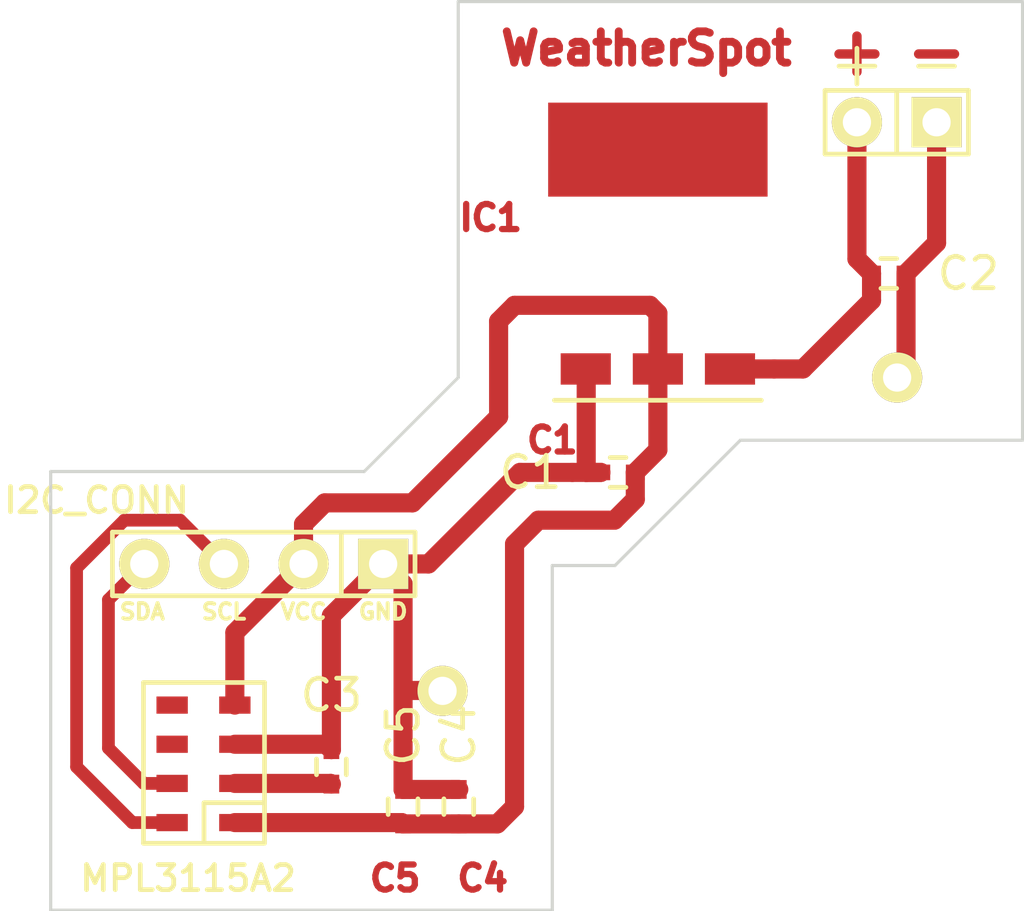
<source format=kicad_pcb>
(kicad_pcb (version 4) (host pcbnew "(2014-12-04 BZR 5312)-product")

  (general
    (links 21)
    (no_connects 1)
    (area 129.198667 81.003 162.844381 111.050001)
    (thickness 1.6)
    (drawings 18)
    (tracks 62)
    (zones 0)
    (modules 11)
    (nets 9)
  )

  (page A4)
  (layers
    (0 F.Cu signal)
    (31 B.Cu signal)
    (32 B.Adhes user)
    (33 F.Adhes user)
    (34 B.Paste user)
    (35 F.Paste user)
    (36 B.SilkS user)
    (37 F.SilkS user)
    (38 B.Mask user)
    (39 F.Mask user)
    (40 Dwgs.User user)
    (41 Cmts.User user)
    (42 Eco1.User user)
    (43 Eco2.User user)
    (44 Edge.Cuts user)
    (45 Margin user)
    (46 B.CrtYd user)
    (47 F.CrtYd user)
    (48 B.Fab user)
    (49 F.Fab user)
  )

  (setup
    (last_trace_width 0.6096)
    (user_trace_width 0.4064)
    (user_trace_width 0.508)
    (user_trace_width 0.6096)
    (trace_clearance 0.254)
    (zone_clearance 0.508)
    (zone_45_only no)
    (trace_min 0.254)
    (segment_width 0.2)
    (edge_width 0.1)
    (via_size 0.889)
    (via_drill 0.635)
    (via_min_size 0.889)
    (via_min_drill 0.508)
    (uvia_size 0.508)
    (uvia_drill 0.127)
    (uvias_allowed no)
    (uvia_min_size 0.508)
    (uvia_min_drill 0.127)
    (pcb_text_width 0.3)
    (pcb_text_size 1.5 1.5)
    (mod_edge_width 0.15)
    (mod_text_size 1 1)
    (mod_text_width 0.15)
    (pad_size 1.6 1.6)
    (pad_drill 0.9)
    (pad_to_mask_clearance 0)
    (aux_axis_origin 0 0)
    (visible_elements 7FFFF77F)
    (pcbplotparams
      (layerselection 0x00030_80000001)
      (usegerberextensions false)
      (excludeedgelayer true)
      (linewidth 0.100000)
      (plotframeref false)
      (viasonmask false)
      (mode 1)
      (useauxorigin false)
      (hpglpennumber 1)
      (hpglpenspeed 20)
      (hpglpendiameter 15)
      (hpglpenoverlay 2)
      (psnegative false)
      (psa4output false)
      (plotreference true)
      (plotvalue true)
      (plotinvisibletext false)
      (padsonsilk false)
      (subtractmaskfromsilk false)
      (outputformat 1)
      (mirror false)
      (drillshape 1)
      (scaleselection 1)
      (outputdirectory ""))
  )

  (net 0 "")
  (net 1 3V3)
  (net 2 GND)
  (net 3 "Net-(C2-Pad1)")
  (net 4 "Net-(C3-Pad1)")
  (net 5 "Net-(U1-Pad7)")
  (net 6 "Net-(U1-Pad8)")
  (net 7 "Net-(U1-Pad6)")
  (net 8 "Net-(U1-Pad5)")

  (net_class Default "This is the default net class."
    (clearance 0.254)
    (trace_width 0.254)
    (via_dia 0.889)
    (via_drill 0.635)
    (uvia_dia 0.508)
    (uvia_drill 0.127)
    (add_net 3V3)
    (add_net GND)
    (add_net "Net-(C2-Pad1)")
    (add_net "Net-(C3-Pad1)")
    (add_net "Net-(U1-Pad5)")
    (add_net "Net-(U1-Pad6)")
    (add_net "Net-(U1-Pad7)")
    (add_net "Net-(U1-Pad8)")
  )

  (module Capacitors_SMD:C_0402 (layer F.Cu) (tedit 55B50C1F) (tstamp 55B50A66)
    (at 149.098 97.028 180)
    (descr "Capacitor SMD 0402, reflow soldering, AVX (see smccp.pdf)")
    (tags "capacitor 0402")
    (path /55B511A6)
    (attr smd)
    (fp_text reference C1 (at 2.794 0 180) (layer F.SilkS)
      (effects (font (size 1 1) (thickness 0.15)))
    )
    (fp_text value 10uF (at 0 1.7 180) (layer F.Fab) hide
      (effects (font (size 1 1) (thickness 0.15)))
    )
    (fp_line (start -1.15 -0.6) (end 1.15 -0.6) (layer F.CrtYd) (width 0.05))
    (fp_line (start -1.15 0.6) (end 1.15 0.6) (layer F.CrtYd) (width 0.05))
    (fp_line (start -1.15 -0.6) (end -1.15 0.6) (layer F.CrtYd) (width 0.05))
    (fp_line (start 1.15 -0.6) (end 1.15 0.6) (layer F.CrtYd) (width 0.05))
    (fp_line (start 0.25 -0.475) (end -0.25 -0.475) (layer F.SilkS) (width 0.15))
    (fp_line (start -0.25 0.475) (end 0.25 0.475) (layer F.SilkS) (width 0.15))
    (pad 1 smd rect (at -0.55 0 180) (size 0.6 0.5) (layers F.Cu F.Paste F.Mask)
      (net 1 3V3))
    (pad 2 smd rect (at 0.55 0 180) (size 0.6 0.5) (layers F.Cu F.Paste F.Mask)
      (net 2 GND))
    (model Capacitors_SMD.3dshapes/C_0402.wrl
      (at (xyz 0 0 0))
      (scale (xyz 1 1 1))
      (rotate (xyz 0 0 0))
    )
  )

  (module Capacitors_SMD:C_0402 (layer F.Cu) (tedit 55B50C1C) (tstamp 55B50A6C)
    (at 157.734 90.678)
    (descr "Capacitor SMD 0402, reflow soldering, AVX (see smccp.pdf)")
    (tags "capacitor 0402")
    (path /55B5115D)
    (attr smd)
    (fp_text reference C2 (at 2.54 0) (layer F.SilkS)
      (effects (font (size 1 1) (thickness 0.15)))
    )
    (fp_text value 2.2uF (at 0 1.7) (layer F.Fab) hide
      (effects (font (size 1 1) (thickness 0.15)))
    )
    (fp_line (start -1.15 -0.6) (end 1.15 -0.6) (layer F.CrtYd) (width 0.05))
    (fp_line (start -1.15 0.6) (end 1.15 0.6) (layer F.CrtYd) (width 0.05))
    (fp_line (start -1.15 -0.6) (end -1.15 0.6) (layer F.CrtYd) (width 0.05))
    (fp_line (start 1.15 -0.6) (end 1.15 0.6) (layer F.CrtYd) (width 0.05))
    (fp_line (start 0.25 -0.475) (end -0.25 -0.475) (layer F.SilkS) (width 0.15))
    (fp_line (start -0.25 0.475) (end 0.25 0.475) (layer F.SilkS) (width 0.15))
    (pad 1 smd rect (at -0.55 0) (size 0.6 0.5) (layers F.Cu F.Paste F.Mask)
      (net 3 "Net-(C2-Pad1)"))
    (pad 2 smd rect (at 0.55 0) (size 0.6 0.5) (layers F.Cu F.Paste F.Mask)
      (net 2 GND))
    (model Capacitors_SMD.3dshapes/C_0402.wrl
      (at (xyz 0 0 0))
      (scale (xyz 1 1 1))
      (rotate (xyz 0 0 0))
    )
  )

  (module Capacitors_SMD:C_0402 (layer F.Cu) (tedit 55B50F4F) (tstamp 55B50A72)
    (at 139.954 106.426 90)
    (descr "Capacitor SMD 0402, reflow soldering, AVX (see smccp.pdf)")
    (tags "capacitor 0402")
    (path /55B50086)
    (attr smd)
    (fp_text reference C3 (at 2.286 0 180) (layer F.SilkS)
      (effects (font (size 1 1) (thickness 0.15)))
    )
    (fp_text value 0.1uF (at 0 1.7 90) (layer F.Fab) hide
      (effects (font (size 1 1) (thickness 0.15)))
    )
    (fp_line (start -1.15 -0.6) (end 1.15 -0.6) (layer F.CrtYd) (width 0.05))
    (fp_line (start -1.15 0.6) (end 1.15 0.6) (layer F.CrtYd) (width 0.05))
    (fp_line (start -1.15 -0.6) (end -1.15 0.6) (layer F.CrtYd) (width 0.05))
    (fp_line (start 1.15 -0.6) (end 1.15 0.6) (layer F.CrtYd) (width 0.05))
    (fp_line (start 0.25 -0.475) (end -0.25 -0.475) (layer F.SilkS) (width 0.15))
    (fp_line (start -0.25 0.475) (end 0.25 0.475) (layer F.SilkS) (width 0.15))
    (pad 1 smd rect (at -0.55 0 90) (size 0.6 0.5) (layers F.Cu F.Paste F.Mask)
      (net 4 "Net-(C3-Pad1)"))
    (pad 2 smd rect (at 0.55 0 90) (size 0.6 0.5) (layers F.Cu F.Paste F.Mask)
      (net 2 GND))
    (model Capacitors_SMD.3dshapes/C_0402.wrl
      (at (xyz 0 0 0))
      (scale (xyz 1 1 1))
      (rotate (xyz 0 0 0))
    )
  )

  (module Capacitors_SMD:C_0402 (layer F.Cu) (tedit 55B50BCB) (tstamp 55B50A78)
    (at 144.018 107.696 90)
    (descr "Capacitor SMD 0402, reflow soldering, AVX (see smccp.pdf)")
    (tags "capacitor 0402")
    (path /55B50107)
    (attr smd)
    (fp_text reference C4 (at 2.286 0 90) (layer F.SilkS)
      (effects (font (size 1 1) (thickness 0.15)))
    )
    (fp_text value 10uF (at 0 1.7 90) (layer F.Fab) hide
      (effects (font (size 1 1) (thickness 0.15)))
    )
    (fp_line (start -1.15 -0.6) (end 1.15 -0.6) (layer F.CrtYd) (width 0.05))
    (fp_line (start -1.15 0.6) (end 1.15 0.6) (layer F.CrtYd) (width 0.05))
    (fp_line (start -1.15 -0.6) (end -1.15 0.6) (layer F.CrtYd) (width 0.05))
    (fp_line (start 1.15 -0.6) (end 1.15 0.6) (layer F.CrtYd) (width 0.05))
    (fp_line (start 0.25 -0.475) (end -0.25 -0.475) (layer F.SilkS) (width 0.15))
    (fp_line (start -0.25 0.475) (end 0.25 0.475) (layer F.SilkS) (width 0.15))
    (pad 1 smd rect (at -0.55 0 90) (size 0.6 0.5) (layers F.Cu F.Paste F.Mask)
      (net 1 3V3))
    (pad 2 smd rect (at 0.55 0 90) (size 0.6 0.5) (layers F.Cu F.Paste F.Mask)
      (net 2 GND))
    (model Capacitors_SMD.3dshapes/C_0402.wrl
      (at (xyz 0 0 0))
      (scale (xyz 1 1 1))
      (rotate (xyz 0 0 0))
    )
  )

  (module Capacitors_SMD:C_0402 (layer F.Cu) (tedit 55B50BA7) (tstamp 55B50A7E)
    (at 142.24 107.696 90)
    (descr "Capacitor SMD 0402, reflow soldering, AVX (see smccp.pdf)")
    (tags "capacitor 0402")
    (path /55B50120)
    (attr smd)
    (fp_text reference C5 (at 2.286 0 90) (layer F.SilkS)
      (effects (font (size 1 1) (thickness 0.15)))
    )
    (fp_text value 0.1uF (at 0 1.7 90) (layer F.Fab) hide
      (effects (font (size 1 1) (thickness 0.15)))
    )
    (fp_line (start -1.15 -0.6) (end 1.15 -0.6) (layer F.CrtYd) (width 0.05))
    (fp_line (start -1.15 0.6) (end 1.15 0.6) (layer F.CrtYd) (width 0.05))
    (fp_line (start -1.15 -0.6) (end -1.15 0.6) (layer F.CrtYd) (width 0.05))
    (fp_line (start 1.15 -0.6) (end 1.15 0.6) (layer F.CrtYd) (width 0.05))
    (fp_line (start 0.25 -0.475) (end -0.25 -0.475) (layer F.SilkS) (width 0.15))
    (fp_line (start -0.25 0.475) (end 0.25 0.475) (layer F.SilkS) (width 0.15))
    (pad 1 smd rect (at -0.55 0 90) (size 0.6 0.5) (layers F.Cu F.Paste F.Mask)
      (net 1 3V3))
    (pad 2 smd rect (at 0.55 0 90) (size 0.6 0.5) (layers F.Cu F.Paste F.Mask)
      (net 2 GND))
    (model Capacitors_SMD.3dshapes/C_0402.wrl
      (at (xyz 0 0 0))
      (scale (xyz 1 1 1))
      (rotate (xyz 0 0 0))
    )
  )

  (module custom:I2C_CONN (layer F.Cu) (tedit 55B515CD) (tstamp 55B50A86)
    (at 139.065 99.949)
    (path /55B506EC)
    (fp_text reference conn1 (at -1.143 2.9845) (layer F.SilkS) hide
      (effects (font (size 0.8 0.8) (thickness 0.15)))
    )
    (fp_text value I2C_CONN (at -6.604 -2.032) (layer F.SilkS)
      (effects (font (size 0.8 0.8) (thickness 0.15)))
    )
    (fp_text user GND (at 2.54 1.524) (layer F.SilkS)
      (effects (font (size 0.5 0.5) (thickness 0.125)))
    )
    (fp_text user VCC (at 0 1.524) (layer F.SilkS)
      (effects (font (size 0.5 0.5) (thickness 0.125)))
    )
    (fp_text user SCL (at -2.54 1.524) (layer F.SilkS)
      (effects (font (size 0.5 0.5) (thickness 0.125)))
    )
    (fp_text user SDA (at -5.1435 1.524) (layer F.SilkS)
      (effects (font (size 0.5 0.5) (thickness 0.125)))
    )
    (fp_line (start 1.2065 -0.9525) (end 1.2065 0.9525) (layer F.SilkS) (width 0.15))
    (fp_line (start 3.556 -1.016) (end 3.556 1.016) (layer F.SilkS) (width 0.15))
    (fp_line (start 3.556 1.016) (end -6.096 1.016) (layer F.SilkS) (width 0.15))
    (fp_line (start -6.096 1.016) (end -6.096 -1.016) (layer F.SilkS) (width 0.15))
    (fp_line (start -6.096 -1.016) (end 3.556 -1.016) (layer F.SilkS) (width 0.15))
    (pad 1 thru_hole circle (at -5.08 0) (size 1.6 1.6) (drill 0.9) (layers *.Cu *.Mask F.SilkS)
      (net 5 "Net-(U1-Pad7)"))
    (pad 2 thru_hole circle (at -2.54 0) (size 1.6 1.6) (drill 0.9) (layers *.Cu *.Mask F.SilkS)
      (net 6 "Net-(U1-Pad8)"))
    (pad 3 thru_hole circle (at 0 0) (size 1.6 1.6) (drill 0.9) (layers *.Cu *.Mask F.SilkS)
      (net 1 3V3))
    (pad 4 thru_hole rect (at 2.54 0) (size 1.6 1.6) (drill 0.9) (layers *.Cu *.Mask F.SilkS)
      (net 2 GND))
  )

  (module custom:MPL3115A2 (layer F.Cu) (tedit 55B50F37) (tstamp 55B50AA1)
    (at 134.874 108.204 180)
    (path /55B4FCED)
    (fp_text reference U1 (at -1.0668 6.0452 180) (layer F.SilkS) hide
      (effects (font (size 0.8 0.8) (thickness 0.15)))
    )
    (fp_text value MPL3115A2 (at -0.508 -1.778 180) (layer F.SilkS)
      (effects (font (size 0.8 0.8) (thickness 0.15)))
    )
    (fp_line (start -1.016 0.635) (end -2.921 0.635) (layer F.SilkS) (width 0.15))
    (fp_line (start -1.016 -0.6096) (end -1.016 0.6096) (layer F.SilkS) (width 0.15))
    (fp_line (start -2.9464 -0.6096) (end -2.9464 4.4704) (layer F.SilkS) (width 0.15))
    (fp_line (start -2.9464 4.4704) (end 0.9144 4.4704) (layer F.SilkS) (width 0.15))
    (fp_line (start 0.9144 4.4704) (end 0.9144 -0.6604) (layer F.SilkS) (width 0.15))
    (fp_line (start 0.9144 -0.6604) (end -2.9464 -0.6604) (layer F.SilkS) (width 0.15))
    (pad 8 smd rect (at 0 0 180) (size 1 0.55) (layers F.Cu F.Paste F.Mask)
      (net 6 "Net-(U1-Pad8)"))
    (pad 7 smd rect (at 0 1.25 180) (size 1 0.55) (layers F.Cu F.Paste F.Mask)
      (net 5 "Net-(U1-Pad7)"))
    (pad 6 smd rect (at 0 2.5 180) (size 1 0.55) (layers F.Cu F.Paste F.Mask)
      (net 7 "Net-(U1-Pad6)"))
    (pad 5 smd rect (at 0 3.75 180) (size 1 0.55) (layers F.Cu F.Paste F.Mask)
      (net 8 "Net-(U1-Pad5)"))
    (pad 4 smd rect (at -2 3.75 180) (size 1 0.55) (layers F.Cu F.Paste F.Mask)
      (net 1 3V3))
    (pad 3 smd rect (at -2 2.5 180) (size 1 0.55) (layers F.Cu F.Paste F.Mask)
      (net 2 GND))
    (pad 2 smd rect (at -2 1.25 180) (size 1 0.55) (layers F.Cu F.Paste F.Mask)
      (net 4 "Net-(C3-Pad1)"))
    (pad 1 smd rect (at -2 0 180) (size 1 0.55) (layers F.Cu F.Paste F.Mask)
      (net 1 3V3))
  )

  (module custom:BATT_CONN (layer F.Cu) (tedit 55B5141F) (tstamp 55B50E90)
    (at 156.718 85.852 180)
    (path /55B51D16)
    (fp_text reference J1 (at -1.27 3.81 180) (layer F.SilkS) hide
      (effects (font (size 0.8 0.8) (thickness 0.15)))
    )
    (fp_text value BATT (at -4.445 -1.905 180) (layer F.SilkS) hide
      (effects (font (size 0.8 0.8) (thickness 0.15)))
    )
    (fp_line (start -1.27 -0.9525) (end -1.27 0.9525) (layer F.SilkS) (width 0.15))
    (fp_line (start -3.556 -1.016) (end -3.556 1.016) (layer F.SilkS) (width 0.15))
    (fp_line (start -3.556 1.016) (end 1.016 1.016) (layer F.SilkS) (width 0.15))
    (fp_line (start 1.016 1.016) (end 1.016 -1.016) (layer F.SilkS) (width 0.15))
    (fp_line (start 1.016 -1.016) (end -3.556 -1.016) (layer F.SilkS) (width 0.15))
    (fp_text user + (at 0 1.905 180) (layer F.SilkS)
      (effects (font (size 1.5 1.5) (thickness 0.15)))
    )
    (fp_text user - (at -2.54 1.905 180) (layer F.SilkS)
      (effects (font (size 1.5 1.5) (thickness 0.15)))
    )
    (pad 1 thru_hole rect (at -2.54 0 180) (size 1.6 1.6) (drill 0.9) (layers *.Cu *.Mask F.SilkS)
      (net 2 GND))
    (pad 2 thru_hole circle (at 0 0 180) (size 1.6 1.6) (drill 0.9) (layers *.Cu *.Mask F.SilkS)
      (net 3 "Net-(C2-Pad1)"))
  )

  (module custom:SPX1117M3 (layer F.Cu) (tedit 55B513AB) (tstamp 55B50B05)
    (at 150.368 93.726)
    (path /55B51024)
    (fp_text reference IC1 (at 0 4.191) (layer F.SilkS) hide
      (effects (font (size 1 1) (thickness 0.15)))
    )
    (fp_text value SPX1117M3 (at -12.868 -8.226) (layer F.SilkS) hide
      (effects (font (size 1 1) (thickness 0.15)))
    )
    (fp_line (start -3.3 1) (end 3.3 1) (layer F.SilkS) (width 0.15))
    (pad 1 smd rect (at -2.3 0) (size 1.6 1) (layers F.Cu F.Paste F.Mask)
      (net 2 GND))
    (pad 2 smd rect (at 0 0) (size 1.6 1) (layers F.Cu F.Paste F.Mask)
      (net 1 3V3))
    (pad 3 smd rect (at 2.3 0) (size 1.6 1) (layers F.Cu F.Paste F.Mask)
      (net 3 "Net-(C2-Pad1)"))
    (pad "" smd rect (at 0 -7) (size 7 3) (layers F.Cu F.Paste F.Mask))
  )

  (module custom:VIA_HOME_ETCH (layer F.Cu) (tedit 55B51572) (tstamp 55B51540)
    (at 158 94)
    (fp_text reference VIA_HOME_ETCH (at 0.1 5.2) (layer F.SilkS) hide
      (effects (font (size 1 1) (thickness 0.15)))
    )
    (fp_text value VAL** (at -2.5 -6.1) (layer F.SilkS) hide
      (effects (font (size 1 1) (thickness 0.15)))
    )
    (pad 1 thru_hole circle (at 0 0) (size 1.6 1.6) (drill 0.9) (layers *.Cu *.Mask F.SilkS)
      (net 2 GND))
  )

  (module custom:VIA_HOME_ETCH (layer F.Cu) (tedit 55B5156B) (tstamp 55B5154A)
    (at 143.5 104)
    (fp_text reference VIA_HOME_ETCH (at 0.1 5.2) (layer F.SilkS) hide
      (effects (font (size 1 1) (thickness 0.15)))
    )
    (fp_text value VAL** (at -2.5 -6.1) (layer F.SilkS) hide
      (effects (font (size 1 1) (thickness 0.15)))
    )
    (pad 1 thru_hole circle (at 0 0) (size 1.6 1.6) (drill 0.9) (layers *.Cu *.Mask F.SilkS)
      (net 2 GND))
  )

  (gr_text WeatherSpot (at 150 83.5) (layer F.Cu)
    (effects (font (size 1 1) (thickness 0.25)))
  )
  (gr_line (start 149 100) (end 153 96) (angle 90) (layer Edge.Cuts) (width 0.1))
  (gr_line (start 147 100) (end 149 100) (angle 90) (layer Edge.Cuts) (width 0.1))
  (gr_line (start 141 97) (end 131 97) (angle 90) (layer Edge.Cuts) (width 0.1))
  (gr_line (start 144 94) (end 141 97) (angle 90) (layer Edge.Cuts) (width 0.1))
  (gr_line (start 144 82) (end 144 94) (angle 90) (layer Edge.Cuts) (width 0.1))
  (gr_line (start 162 82) (end 144 82) (angle 90) (layer Edge.Cuts) (width 0.1))
  (gr_line (start 162 96) (end 162 82) (angle 90) (layer Edge.Cuts) (width 0.1))
  (gr_line (start 153 96) (end 162 96) (angle 90) (layer Edge.Cuts) (width 0.1))
  (gr_line (start 147 111) (end 147 100) (angle 90) (layer Edge.Cuts) (width 0.1))
  (gr_line (start 131 111) (end 147 111) (angle 90) (layer Edge.Cuts) (width 0.1))
  (gr_line (start 131 97) (end 131 111) (angle 90) (layer Edge.Cuts) (width 0.1))
  (gr_text - (at 159.258 83.566) (layer F.Cu)
    (effects (font (size 1.5 1.5) (thickness 0.3)))
  )
  (gr_text "+\n" (at 156.718 83.566) (layer F.Cu)
    (effects (font (size 1.5 1.5) (thickness 0.3)))
  )
  (gr_text IC1 (at 145.034 88.9) (layer F.Cu)
    (effects (font (size 0.8 0.8) (thickness 0.2)))
  )
  (gr_text C1 (at 147 96) (layer F.Cu)
    (effects (font (size 0.8 0.8) (thickness 0.2)))
  )
  (gr_text C5 (at 141.986 109.982) (layer F.Cu)
    (effects (font (size 0.8 0.8) (thickness 0.2)))
  )
  (gr_text C4 (at 144.78 109.982) (layer F.Cu)
    (effects (font (size 0.8 0.8) (thickness 0.2)))
  )

  (segment (start 150.368 96.308) (end 149.648 97.028) (width 0.6096) (layer F.Cu) (net 1))
  (segment (start 150.368 93.726) (end 150.368 96.308) (width 0.6096) (layer F.Cu) (net 1))
  (segment (start 136.874 102.14) (end 139.065 99.949) (width 0.6096) (layer F.Cu) (net 1))
  (segment (start 136.874 104.454) (end 136.874 102.14) (width 0.6096) (layer F.Cu) (net 1))
  (segment (start 142.198 108.204) (end 142.24 108.246) (width 0.6096) (layer F.Cu) (net 1))
  (segment (start 136.874 108.204) (end 142.198 108.204) (width 0.6096) (layer F.Cu) (net 1))
  (segment (start 142.24 108.246) (end 144.018 108.246) (width 0.6096) (layer F.Cu) (net 1))
  (segment (start 149.648 97.8876) (end 149.648 97.028) (width 0.6096) (layer F.Cu) (net 1))
  (segment (start 148.9836 98.552) (end 149.648 97.8876) (width 0.6096) (layer F.Cu) (net 1))
  (segment (start 146.558 98.552) (end 148.9836 98.552) (width 0.6096) (layer F.Cu) (net 1))
  (segment (start 145.796 99.314) (end 146.558 98.552) (width 0.6096) (layer F.Cu) (net 1))
  (segment (start 145.796 107.696) (end 145.796 99.314) (width 0.6096) (layer F.Cu) (net 1))
  (segment (start 145.246 108.246) (end 145.796 107.696) (width 0.6096) (layer F.Cu) (net 1))
  (segment (start 144.018 108.246) (end 145.246 108.246) (width 0.6096) (layer F.Cu) (net 1))
  (segment (start 139.065 98.679) (end 139.065 99.949) (width 0.6096) (layer F.Cu) (net 1))
  (segment (start 139.744 98) (end 139.065 98.679) (width 0.6096) (layer F.Cu) (net 1))
  (segment (start 145.288 92.202) (end 145.288 95.25) (width 0.6096) (layer F.Cu) (net 1))
  (segment (start 145.796 91.694) (end 145.288 92.202) (width 0.6096) (layer F.Cu) (net 1))
  (segment (start 145.288 95.25) (end 142.538 98) (width 0.6096) (layer F.Cu) (net 1))
  (segment (start 150.114 91.694) (end 145.796 91.694) (width 0.6096) (layer F.Cu) (net 1))
  (segment (start 150.368 91.948) (end 150.114 91.694) (width 0.6096) (layer F.Cu) (net 1))
  (segment (start 142.538 98) (end 139.744 98) (width 0.6096) (layer F.Cu) (net 1))
  (segment (start 150.368 93.726) (end 150.368 91.948) (width 0.6096) (layer F.Cu) (net 1))
  (segment (start 158.284 90.678) (end 158.284 93.716) (width 0.6096) (layer F.Cu) (net 2) (status C00000))
  (segment (start 158.284 93.716) (end 158 94) (width 0.6096) (layer F.Cu) (net 2) (tstamp 55B51583) (status C00000))
  (segment (start 142.24 103.9876) (end 143.4876 103.9876) (width 0.6096) (layer F.Cu) (net 2) (status 800000))
  (segment (start 143.4876 103.9876) (end 143.5 104) (width 0.6096) (layer F.Cu) (net 2) (tstamp 55B51580) (status C00000))
  (segment (start 159.258 89.704) (end 158.284 90.678) (width 0.6096) (layer F.Cu) (net 2))
  (segment (start 159.258 85.852) (end 159.258 89.704) (width 0.6096) (layer F.Cu) (net 2))
  (segment (start 148.082 97.028) (end 148.548 97.028) (width 0.6096) (layer F.Cu) (net 2))
  (segment (start 148.082 93.74) (end 148.082 97.028) (width 0.6096) (layer F.Cu) (net 2))
  (segment (start 148.068 93.726) (end 148.082 93.74) (width 0.6096) (layer F.Cu) (net 2))
  (segment (start 139.782 105.704) (end 139.954 105.876) (width 0.6096) (layer F.Cu) (net 2))
  (segment (start 136.874 105.704) (end 139.782 105.704) (width 0.6096) (layer F.Cu) (net 2))
  (segment (start 139.954 101.6) (end 141.605 99.949) (width 0.6096) (layer F.Cu) (net 2))
  (segment (start 139.954 105.876) (end 139.954 101.6) (width 0.6096) (layer F.Cu) (net 2))
  (segment (start 144.018 107.146) (end 142.24 107.146) (width 0.6096) (layer F.Cu) (net 2))
  (segment (start 142.24 100.584) (end 141.605 99.949) (width 0.6096) (layer F.Cu) (net 2))
  (segment (start 142.24 107.146) (end 142.24 103.9876) (width 0.6096) (layer F.Cu) (net 2))
  (segment (start 142.24 103.9876) (end 142.24 100.584) (width 0.6096) (layer F.Cu) (net 2) (tstamp 55B5157E))
  (segment (start 147.6384 97.028) (end 148.548 97.028) (width 0.6096) (layer F.Cu) (net 2))
  (segment (start 145.972 97.028) (end 147.6384 97.028) (width 0.6096) (layer F.Cu) (net 2))
  (segment (start 143.051 99.949) (end 145.972 97.028) (width 0.6096) (layer F.Cu) (net 2))
  (segment (start 141.605 99.949) (end 143.051 99.949) (width 0.6096) (layer F.Cu) (net 2))
  (segment (start 156.718 90.212) (end 157.184 90.678) (width 0.6096) (layer F.Cu) (net 3))
  (segment (start 156.718 85.852) (end 156.718 90.212) (width 0.6096) (layer F.Cu) (net 3))
  (segment (start 154.0776 93.726) (end 152.668 93.726) (width 0.6096) (layer F.Cu) (net 3))
  (segment (start 154.9956 93.726) (end 154.0776 93.726) (width 0.6096) (layer F.Cu) (net 3))
  (segment (start 157.184 91.5376) (end 154.9956 93.726) (width 0.6096) (layer F.Cu) (net 3))
  (segment (start 157.184 90.678) (end 157.184 91.5376) (width 0.6096) (layer F.Cu) (net 3))
  (segment (start 139.932 106.954) (end 139.954 106.976) (width 0.6096) (layer F.Cu) (net 4))
  (segment (start 136.874 106.954) (end 139.932 106.954) (width 0.6096) (layer F.Cu) (net 4))
  (segment (start 133.9676 106.954) (end 132.842 105.8284) (width 0.4064) (layer F.Cu) (net 5))
  (segment (start 134.874 106.954) (end 133.9676 106.954) (width 0.4064) (layer F.Cu) (net 5))
  (segment (start 132.842 101.092) (end 133.985 99.949) (width 0.4064) (layer F.Cu) (net 5))
  (segment (start 132.842 105.8284) (end 132.842 101.092) (width 0.4064) (layer F.Cu) (net 5))
  (segment (start 133.604 108.204) (end 134.874 108.204) (width 0.4064) (layer F.Cu) (net 6))
  (segment (start 131.826 106.426) (end 133.604 108.204) (width 0.4064) (layer F.Cu) (net 6))
  (segment (start 131.826 100.076) (end 131.826 106.426) (width 0.4064) (layer F.Cu) (net 6))
  (segment (start 133.35 98.552) (end 131.826 100.076) (width 0.4064) (layer F.Cu) (net 6))
  (segment (start 135.128 98.552) (end 133.35 98.552) (width 0.4064) (layer F.Cu) (net 6))
  (segment (start 136.525 99.949) (end 135.128 98.552) (width 0.4064) (layer F.Cu) (net 6))

)

</source>
